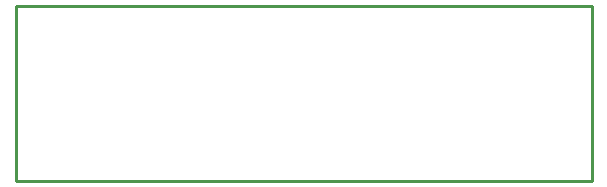
<source format=gko>
G04 Layer_Color=16711935*
%FSLAX25Y25*%
%MOIN*%
G70*
G01*
G75*
%ADD27C,0.00984*%
D27*
X0Y58465D02*
X191929D01*
X0Y0D02*
Y58465D01*
Y0D02*
X191929D01*
Y58465D01*
M02*

</source>
